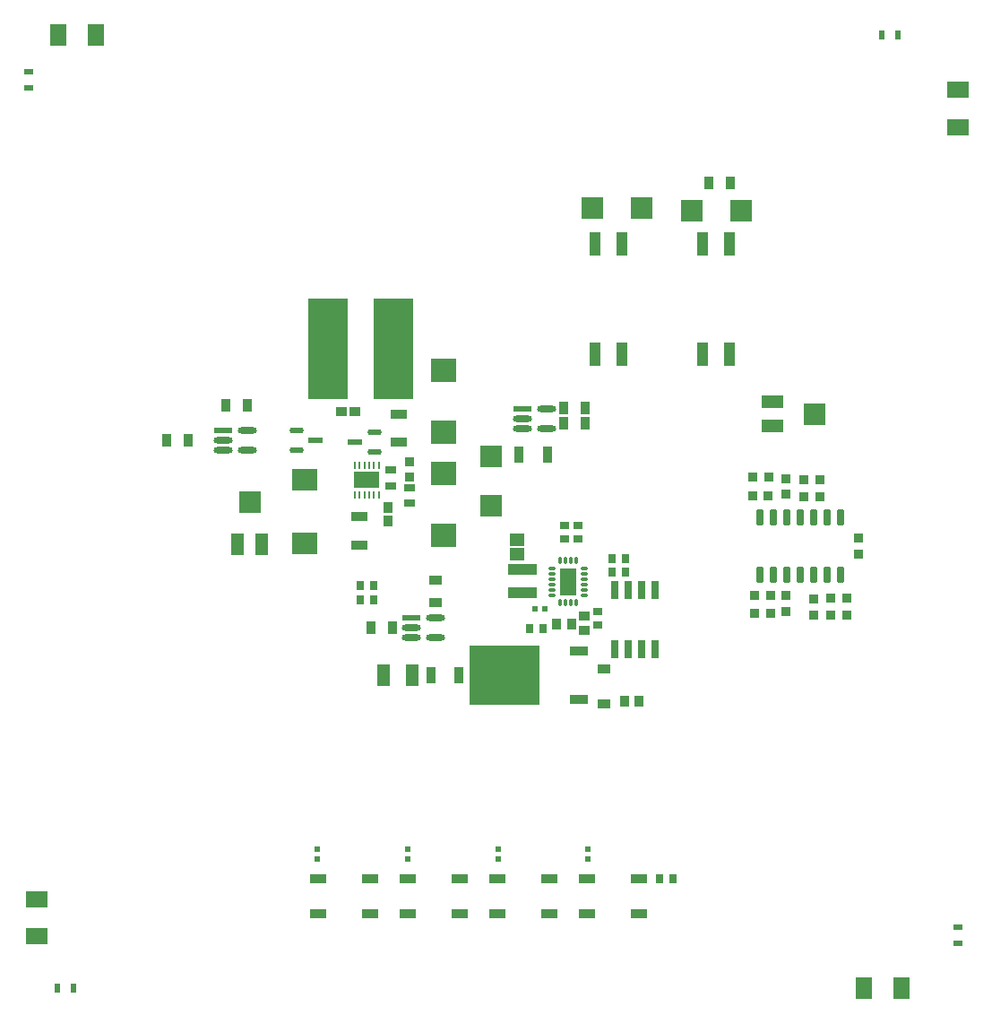
<source format=gtp>
G04*
G04 #@! TF.GenerationSoftware,Altium Limited,Altium Designer,22.2.1 (43)*
G04*
G04 Layer_Color=8421504*
%FSLAX44Y44*%
%MOMM*%
G71*
G04*
G04 #@! TF.SameCoordinates,5CE99453-8E5A-41D3-94B1-68A0E1D8BDBC*
G04*
G04*
G04 #@! TF.FilePolarity,Positive*
G04*
G01*
G75*
%ADD16R,0.9562X1.2062*%
%ADD17R,0.7000X0.8500*%
%ADD18R,0.5500X0.5000*%
%ADD19R,1.8052X0.6121*%
G04:AMPARAMS|DCode=20|XSize=1.8052mm|YSize=0.6121mm|CornerRadius=0.3061mm|HoleSize=0mm|Usage=FLASHONLY|Rotation=0.000|XOffset=0mm|YOffset=0mm|HoleType=Round|Shape=RoundedRectangle|*
%AMROUNDEDRECTD20*
21,1,1.8052,0.0000,0,0,0.0*
21,1,1.1931,0.6121,0,0,0.0*
1,1,0.6121,0.5966,0.0000*
1,1,0.6121,-0.5966,0.0000*
1,1,0.6121,-0.5966,0.0000*
1,1,0.6121,0.5966,0.0000*
%
%ADD20ROUNDEDRECTD20*%
%ADD21O,0.8000X0.3000*%
%ADD22O,0.3000X0.8000*%
%ADD23R,1.6500X2.6500*%
%ADD24R,0.2500X0.7000*%
%ADD25R,2.3800X1.6500*%
%ADD26R,0.8500X0.7000*%
%ADD27R,0.9000X1.0500*%
%ADD28R,1.0500X0.9000*%
%ADD29R,0.8500X0.7500*%
%ADD30R,0.7500X0.8500*%
%ADD31R,0.9000X1.5500*%
%ADD32R,1.0000X0.8000*%
%ADD33R,2.0000X2.0000*%
%ADD34R,1.3000X2.0000*%
%ADD35R,0.9500X0.9500*%
%ADD36R,1.5500X0.9000*%
%ADD37R,0.6500X1.7500*%
%ADD38R,1.7500X0.9500*%
%ADD39R,6.6000X5.6000*%
%ADD40R,2.7000X1.0000*%
%ADD41R,3.7500X9.5000*%
%ADD42R,1.1430X2.0320*%
%ADD43R,1.2200X0.9100*%
G04:AMPARAMS|DCode=44|XSize=1.3587mm|YSize=0.5868mm|CornerRadius=0.2934mm|HoleSize=0mm|Usage=FLASHONLY|Rotation=180.000|XOffset=0mm|YOffset=0mm|HoleType=Round|Shape=RoundedRectangle|*
%AMROUNDEDRECTD44*
21,1,1.3587,0.0000,0,0,180.0*
21,1,0.7719,0.5868,0,0,180.0*
1,1,0.5868,-0.3859,0.0000*
1,1,0.5868,0.3859,0.0000*
1,1,0.5868,0.3859,0.0000*
1,1,0.5868,-0.3859,0.0000*
%
%ADD44ROUNDEDRECTD44*%
%ADD45R,1.3587X0.5868*%
%ADD46R,1.2062X0.9562*%
%ADD47R,1.3562X1.1781*%
%ADD48R,0.9121X1.1311*%
%ADD49R,2.3300X1.9900*%
%ADD50R,2.1300X1.9900*%
%ADD51R,2.3500X2.2000*%
%ADD52R,1.1311X0.9121*%
%ADD53R,1.0000X2.3000*%
%ADD54R,1.5000X0.9000*%
G04:AMPARAMS|DCode=55|XSize=0.6mm|YSize=1.45mm|CornerRadius=0.051mm|HoleSize=0mm|Usage=FLASHONLY|Rotation=180.000|XOffset=0mm|YOffset=0mm|HoleType=Round|Shape=RoundedRectangle|*
%AMROUNDEDRECTD55*
21,1,0.6000,1.3480,0,0,180.0*
21,1,0.4980,1.4500,0,0,180.0*
1,1,0.1020,-0.2490,0.6740*
1,1,0.1020,0.2490,0.6740*
1,1,0.1020,0.2490,-0.6740*
1,1,0.1020,-0.2490,-0.6740*
%
%ADD55ROUNDEDRECTD55*%
%ADD56R,1.6030X2.1062*%
%ADD57R,0.9000X0.5000*%
%ADD58R,0.5000X0.9000*%
%ADD59R,2.1062X1.6030*%
%ADD60R,2.0000X2.0000*%
%ADD61R,2.0000X1.3000*%
%ADD62R,1.9900X2.1300*%
%ADD63R,0.9500X0.9500*%
%ADD64R,0.5000X0.5500*%
D16*
X279250Y601000D02*
D03*
X258750D02*
D03*
X222942Y568004D02*
D03*
X202442D02*
D03*
X577750Y584000D02*
D03*
X598250D02*
D03*
X416000Y390800D02*
D03*
X395500D02*
D03*
X577750Y598000D02*
D03*
X598250D02*
D03*
X735000Y811000D02*
D03*
X714500D02*
D03*
D17*
X545750Y390000D02*
D03*
X558250D02*
D03*
X680817Y153241D02*
D03*
X668317D02*
D03*
D18*
X550810Y408492D02*
D03*
X560310D02*
D03*
D19*
X433995Y400300D02*
D03*
X538495Y597500D02*
D03*
X256219Y577230D02*
D03*
D20*
X433995Y390800D02*
D03*
Y381300D02*
D03*
X457005D02*
D03*
Y400300D02*
D03*
X538495Y588000D02*
D03*
Y578500D02*
D03*
X561505D02*
D03*
Y597500D02*
D03*
X256219Y567730D02*
D03*
Y558230D02*
D03*
X279228D02*
D03*
Y577230D02*
D03*
D21*
X597000Y421500D02*
D03*
Y426500D02*
D03*
Y431500D02*
D03*
Y436500D02*
D03*
Y441500D02*
D03*
Y446500D02*
D03*
X567000D02*
D03*
Y441500D02*
D03*
Y436500D02*
D03*
Y431500D02*
D03*
Y426500D02*
D03*
Y421500D02*
D03*
D22*
X589500Y454000D02*
D03*
X584500D02*
D03*
X579500D02*
D03*
X574500D02*
D03*
Y414000D02*
D03*
X579500D02*
D03*
X584500D02*
D03*
X589500D02*
D03*
D23*
X582000Y434000D02*
D03*
D24*
X380500Y516000D02*
D03*
X385000D02*
D03*
X389500D02*
D03*
X394000D02*
D03*
X398500D02*
D03*
X403000D02*
D03*
X380500Y544000D02*
D03*
X385000D02*
D03*
X389500D02*
D03*
X394000D02*
D03*
X398500D02*
D03*
X403000D02*
D03*
D25*
X391750Y530000D02*
D03*
D26*
X591250Y474750D02*
D03*
Y487250D02*
D03*
X609500Y406050D02*
D03*
Y393550D02*
D03*
D27*
X585750Y393800D02*
D03*
X571250D02*
D03*
X635500Y321000D02*
D03*
X649000D02*
D03*
D28*
X597000Y388000D02*
D03*
Y401500D02*
D03*
D29*
X578250Y487500D02*
D03*
Y474500D02*
D03*
D30*
X636500Y456000D02*
D03*
X623500D02*
D03*
X636500Y443000D02*
D03*
X623500D02*
D03*
X398500Y417000D02*
D03*
X385500D02*
D03*
X398354Y430431D02*
D03*
X385354D02*
D03*
D31*
X479000Y346000D02*
D03*
X452500D02*
D03*
X562250Y554000D02*
D03*
X535750D02*
D03*
D32*
X432000Y508000D02*
D03*
Y523000D02*
D03*
X414000Y524500D02*
D03*
Y539500D02*
D03*
D33*
X281000Y509000D02*
D03*
D34*
X292500Y469000D02*
D03*
X269500D02*
D03*
D35*
X432000Y532500D02*
D03*
Y547500D02*
D03*
X788000Y531500D02*
D03*
Y516500D02*
D03*
Y406000D02*
D03*
Y421000D02*
D03*
X813842Y402795D02*
D03*
Y417795D02*
D03*
X856000Y475000D02*
D03*
Y460000D02*
D03*
D36*
X422000Y565750D02*
D03*
Y592250D02*
D03*
X385000Y495250D02*
D03*
Y468750D02*
D03*
D37*
X663700Y426000D02*
D03*
X651000D02*
D03*
X638300D02*
D03*
X625600D02*
D03*
X663700Y370000D02*
D03*
X651000D02*
D03*
X638300D02*
D03*
X625600D02*
D03*
D38*
X592500Y323200D02*
D03*
Y368800D02*
D03*
D39*
X521500Y346000D02*
D03*
D40*
X539000Y424000D02*
D03*
Y446000D02*
D03*
D41*
X417250Y654000D02*
D03*
X354750D02*
D03*
D42*
X407665Y346000D02*
D03*
X434335D02*
D03*
D43*
X616000Y351700D02*
D03*
Y319000D02*
D03*
D44*
X399000Y557000D02*
D03*
Y575300D02*
D03*
X325000Y577000D02*
D03*
Y558700D02*
D03*
D45*
X380466Y566150D02*
D03*
X343534Y567850D02*
D03*
D46*
X457000Y414750D02*
D03*
Y435250D02*
D03*
D47*
X534000Y460359D02*
D03*
Y473641D02*
D03*
D48*
X412000Y491595D02*
D03*
Y504405D02*
D03*
D49*
X333000Y530100D02*
D03*
Y469900D02*
D03*
D50*
X509000Y505400D02*
D03*
Y552600D02*
D03*
D51*
X464000Y633500D02*
D03*
Y575000D02*
D03*
Y477500D02*
D03*
Y536000D02*
D03*
D52*
X367595Y595000D02*
D03*
X380405D02*
D03*
D53*
X708550Y648950D02*
D03*
X733950D02*
D03*
X632350D02*
D03*
X606950D02*
D03*
Y753050D02*
D03*
X632350D02*
D03*
X708550D02*
D03*
X733950D02*
D03*
D54*
X394616Y153223D02*
D03*
Y120224D02*
D03*
X345616D02*
D03*
Y153223D02*
D03*
X479431D02*
D03*
Y120224D02*
D03*
X430431D02*
D03*
Y153223D02*
D03*
X564246D02*
D03*
Y120224D02*
D03*
X515246D02*
D03*
Y153223D02*
D03*
X649061D02*
D03*
Y120224D02*
D03*
X600061D02*
D03*
Y153223D02*
D03*
D55*
X839100Y495000D02*
D03*
X826400D02*
D03*
X813700D02*
D03*
X801000D02*
D03*
X788300D02*
D03*
X775600D02*
D03*
X762900D02*
D03*
X839100Y440500D02*
D03*
X826400D02*
D03*
X813700D02*
D03*
X801000D02*
D03*
X788300D02*
D03*
X775600D02*
D03*
X762900D02*
D03*
D56*
X861494Y50000D02*
D03*
X896506D02*
D03*
X135506Y950000D02*
D03*
X100494D02*
D03*
D57*
X950000Y92500D02*
D03*
Y107500D02*
D03*
X72000Y915500D02*
D03*
Y900500D02*
D03*
D58*
X893500Y950000D02*
D03*
X878500D02*
D03*
X99500Y50000D02*
D03*
X114500D02*
D03*
D59*
X950000Y863494D02*
D03*
X950000Y898506D02*
D03*
X80000Y134506D02*
D03*
Y99494D02*
D03*
D60*
X815000Y592500D02*
D03*
D61*
X775000Y581000D02*
D03*
Y604000D02*
D03*
D62*
X651740Y786984D02*
D03*
X604540D02*
D03*
X698400Y784000D02*
D03*
X745600D02*
D03*
D63*
X819500Y514500D02*
D03*
X804500D02*
D03*
X819500Y530500D02*
D03*
X804500D02*
D03*
X756256Y532808D02*
D03*
X771256D02*
D03*
X771000Y515500D02*
D03*
X756000D02*
D03*
X758000Y404500D02*
D03*
X773000D02*
D03*
Y421500D02*
D03*
X758000D02*
D03*
X845000Y402500D02*
D03*
X830000D02*
D03*
Y418500D02*
D03*
X845000D02*
D03*
D64*
X345118Y181641D02*
D03*
Y172141D02*
D03*
X430545Y181641D02*
D03*
Y172141D02*
D03*
X515493Y181641D02*
D03*
Y172141D02*
D03*
X600250Y181641D02*
D03*
Y172141D02*
D03*
M02*

</source>
